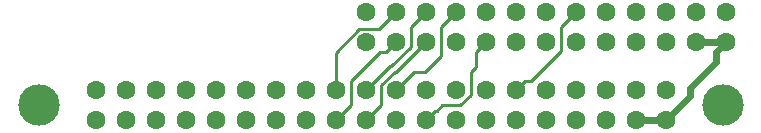
<source format=gbr>
G04 #@! TF.GenerationSoftware,KiCad,Pcbnew,5.0.0+dfsg1-2*
G04 #@! TF.CreationDate,2018-09-04T12:21:54+01:00*
G04 #@! TF.ProjectId,zero_boot_screen,7A65726F5F626F6F745F73637265656E,rev?*
G04 #@! TF.SameCoordinates,Original*
G04 #@! TF.FileFunction,Copper,L1,Top,Signal*
G04 #@! TF.FilePolarity,Positive*
%FSLAX46Y46*%
G04 Gerber Fmt 4.6, Leading zero omitted, Abs format (unit mm)*
G04 Created by KiCad (PCBNEW 5.0.0+dfsg1-2) date Tue Sep  4 12:21:54 2018*
%MOMM*%
%LPD*%
G01*
G04 APERTURE LIST*
G04 #@! TA.AperFunction,ComponentPad*
%ADD10C,1.600000*%
G04 #@! TD*
G04 #@! TA.AperFunction,ComponentPad*
%ADD11C,3.500000*%
G04 #@! TD*
G04 #@! TA.AperFunction,Conductor*
%ADD12C,0.250000*%
G04 #@! TD*
G04 #@! TA.AperFunction,Conductor*
%ADD13C,0.580000*%
G04 #@! TD*
G04 APERTURE END LIST*
D10*
G04 #@! TO.P,U2,19*
G04 #@! TO.N,Net-(U1-Pad19)*
X149860000Y-103632000D03*
G04 #@! TO.P,U2,20*
G04 #@! TO.N,Net-(U2-Pad20)*
X149860000Y-106172000D03*
G04 #@! TO.P,U2,17*
G04 #@! TO.N,Net-(U2-Pad17)*
X152400000Y-103632000D03*
G04 #@! TO.P,U2,15*
G04 #@! TO.N,Net-(U2-Pad15)*
X154940000Y-103632000D03*
G04 #@! TO.P,U2,13*
G04 #@! TO.N,Net-(U2-Pad13)*
X157480000Y-103632000D03*
G04 #@! TO.P,U2,11*
G04 #@! TO.N,Net-(U1-Pad11)*
X160020000Y-103632000D03*
G04 #@! TO.P,U2,9*
G04 #@! TO.N,Net-(U2-Pad9)*
X162560000Y-103632000D03*
G04 #@! TO.P,U2,7*
G04 #@! TO.N,Net-(U2-Pad7)*
X165100000Y-103632000D03*
G04 #@! TO.P,U2,5*
G04 #@! TO.N,Net-(U2-Pad5)*
X167640000Y-103632000D03*
G04 #@! TO.P,U2,3*
G04 #@! TO.N,Net-(U2-Pad3)*
X170180000Y-103632000D03*
G04 #@! TO.P,U2,1*
G04 #@! TO.N,Net-(U2-Pad1)*
X172720000Y-103632000D03*
G04 #@! TO.P,U2,18*
G04 #@! TO.N,Net-(U1-Pad18)*
X152400000Y-106172000D03*
G04 #@! TO.P,U2,16*
G04 #@! TO.N,Net-(U2-Pad16)*
X154940000Y-106172000D03*
G04 #@! TO.P,U2,14*
G04 #@! TO.N,Net-(U2-Pad14)*
X157480000Y-106172000D03*
G04 #@! TO.P,U2,12*
G04 #@! TO.N,Net-(U2-Pad12)*
X160020000Y-106172000D03*
G04 #@! TO.P,U2,10*
G04 #@! TO.N,Net-(U2-Pad10)*
X162560000Y-106172000D03*
G04 #@! TO.P,U2,8*
G04 #@! TO.N,Net-(U2-Pad8)*
X165100000Y-106172000D03*
G04 #@! TO.P,U2,6*
G04 #@! TO.N,Net-(U1-Pad6)*
X167640000Y-106172000D03*
G04 #@! TO.P,U2,4*
G04 #@! TO.N,Net-(U1-Pad2)*
X170180000Y-106172000D03*
G04 #@! TO.P,U2,2*
X172720000Y-106172000D03*
G04 #@! TO.P,U2,21*
G04 #@! TO.N,Net-(U1-Pad21)*
X147320000Y-103632000D03*
G04 #@! TO.P,U2,22*
G04 #@! TO.N,Net-(U1-Pad22)*
X147320000Y-106172000D03*
G04 #@! TO.P,U2,23*
G04 #@! TO.N,Net-(U1-Pad23)*
X144780000Y-103632000D03*
G04 #@! TO.P,U2,24*
G04 #@! TO.N,Net-(U1-Pad24)*
X144780000Y-106172000D03*
G04 #@! TO.P,U2,25*
G04 #@! TO.N,Net-(U2-Pad25)*
X142240000Y-103632000D03*
G04 #@! TO.P,U2,26*
G04 #@! TO.N,Net-(U1-Pad26)*
X142240000Y-106172000D03*
G04 #@! TO.P,U2,27*
G04 #@! TO.N,Net-(U2-Pad27)*
X139700000Y-103632000D03*
G04 #@! TO.P,U2,28*
G04 #@! TO.N,Net-(U2-Pad28)*
X139700000Y-106172000D03*
G04 #@! TO.P,U2,29*
G04 #@! TO.N,Net-(U2-Pad29)*
X137160000Y-103632000D03*
G04 #@! TO.P,U2,30*
G04 #@! TO.N,Net-(U2-Pad30)*
X137160000Y-106172000D03*
G04 #@! TO.P,U2,31*
G04 #@! TO.N,Net-(U2-Pad31)*
X134620000Y-103632000D03*
G04 #@! TO.P,U2,32*
G04 #@! TO.N,Net-(U2-Pad32)*
X134620000Y-106172000D03*
G04 #@! TO.P,U2,33*
G04 #@! TO.N,Net-(U2-Pad33)*
X132080000Y-103632000D03*
G04 #@! TO.P,U2,34*
G04 #@! TO.N,Net-(U2-Pad34)*
X132080000Y-106172000D03*
G04 #@! TO.P,U2,35*
G04 #@! TO.N,Net-(U2-Pad35)*
X129540000Y-103632000D03*
G04 #@! TO.P,U2,36*
G04 #@! TO.N,Net-(U2-Pad36)*
X129540000Y-106172000D03*
G04 #@! TO.P,U2,37*
G04 #@! TO.N,Net-(U2-Pad37)*
X127000000Y-103632000D03*
G04 #@! TO.P,U2,38*
G04 #@! TO.N,Net-(U2-Pad38)*
X127000000Y-106172000D03*
G04 #@! TO.P,U2,39*
G04 #@! TO.N,Net-(U2-Pad39)*
X124460000Y-103632000D03*
G04 #@! TO.P,U2,40*
G04 #@! TO.N,Net-(U2-Pad40)*
X124460000Y-106172000D03*
G04 #@! TD*
G04 #@! TO.P,U1,19*
G04 #@! TO.N,Net-(U1-Pad19)*
X154940000Y-97028000D03*
G04 #@! TO.P,U1,20*
G04 #@! TO.N,Net-(U1-Pad20)*
X154940000Y-99568000D03*
G04 #@! TO.P,U1,17*
G04 #@! TO.N,Net-(U1-Pad17)*
X157480000Y-97028000D03*
G04 #@! TO.P,U1,15*
G04 #@! TO.N,Net-(U1-Pad15)*
X160020000Y-97028000D03*
G04 #@! TO.P,U1,13*
G04 #@! TO.N,Net-(U1-Pad13)*
X162560000Y-97028000D03*
G04 #@! TO.P,U1,11*
G04 #@! TO.N,Net-(U1-Pad11)*
X165100000Y-97028000D03*
G04 #@! TO.P,U1,9*
G04 #@! TO.N,Net-(U1-Pad9)*
X167640000Y-97028000D03*
G04 #@! TO.P,U1,7*
G04 #@! TO.N,Net-(U1-Pad7)*
X170180000Y-97028000D03*
G04 #@! TO.P,U1,5*
G04 #@! TO.N,Net-(U1-Pad5)*
X172720000Y-97028000D03*
G04 #@! TO.P,U1,3*
G04 #@! TO.N,Net-(U1-Pad3)*
X175260000Y-97028000D03*
G04 #@! TO.P,U1,1*
G04 #@! TO.N,Net-(U1-Pad1)*
X177800000Y-97028000D03*
G04 #@! TO.P,U1,18*
G04 #@! TO.N,Net-(U1-Pad18)*
X157480000Y-99568000D03*
G04 #@! TO.P,U1,16*
G04 #@! TO.N,Net-(U1-Pad16)*
X160020000Y-99568000D03*
G04 #@! TO.P,U1,14*
G04 #@! TO.N,Net-(U1-Pad14)*
X162560000Y-99568000D03*
G04 #@! TO.P,U1,12*
G04 #@! TO.N,Net-(U1-Pad12)*
X165100000Y-99568000D03*
G04 #@! TO.P,U1,10*
G04 #@! TO.N,Net-(U1-Pad10)*
X167640000Y-99568000D03*
G04 #@! TO.P,U1,8*
G04 #@! TO.N,Net-(U1-Pad8)*
X170180000Y-99568000D03*
G04 #@! TO.P,U1,6*
G04 #@! TO.N,Net-(U1-Pad6)*
X172720000Y-99568000D03*
G04 #@! TO.P,U1,4*
G04 #@! TO.N,Net-(U1-Pad2)*
X175260000Y-99568000D03*
G04 #@! TO.P,U1,2*
X177800000Y-99568000D03*
G04 #@! TO.P,U1,21*
G04 #@! TO.N,Net-(U1-Pad21)*
X152400000Y-97028000D03*
G04 #@! TO.P,U1,22*
G04 #@! TO.N,Net-(U1-Pad22)*
X152400000Y-99568000D03*
G04 #@! TO.P,U1,23*
G04 #@! TO.N,Net-(U1-Pad23)*
X149860000Y-97028000D03*
G04 #@! TO.P,U1,24*
G04 #@! TO.N,Net-(U1-Pad24)*
X149860000Y-99568000D03*
G04 #@! TO.P,U1,25*
G04 #@! TO.N,Net-(U1-Pad25)*
X147320000Y-97028000D03*
G04 #@! TO.P,U1,26*
G04 #@! TO.N,Net-(U1-Pad26)*
X147320000Y-99568000D03*
G04 #@! TD*
D11*
G04 #@! TO.P,U3,1*
G04 #@! TO.N,Net-(U3-Pad1)*
X177546000Y-104902000D03*
G04 #@! TD*
G04 #@! TO.P,U4,1*
G04 #@! TO.N,Net-(U4-Pad1)*
X119634000Y-104902000D03*
G04 #@! TD*
D12*
G04 #@! TO.N,Net-(U1-Pad19)*
X154940000Y-97028000D02*
X153695400Y-98272600D01*
X153695400Y-98272600D02*
X153695400Y-100711000D01*
X153695400Y-100711000D02*
X152323800Y-102082600D01*
X151409400Y-102082600D02*
X149860000Y-103632000D01*
X152323800Y-102082600D02*
X151409400Y-102082600D01*
G04 #@! TO.N,Net-(U1-Pad11)*
X160819999Y-102832001D02*
X160020000Y-103632000D01*
X163830000Y-100330000D02*
X161327999Y-102832001D01*
X163830000Y-98298000D02*
X163830000Y-100330000D01*
X161327999Y-102832001D02*
X160819999Y-102832001D01*
X165100000Y-97028000D02*
X163830000Y-98298000D01*
G04 #@! TO.N,Net-(U1-Pad18)*
X156680001Y-100367999D02*
X156680001Y-101637999D01*
X157480000Y-99568000D02*
X156680001Y-100367999D01*
X156680001Y-101637999D02*
X156210000Y-102108000D01*
X156210000Y-104027002D02*
X155335002Y-104902000D01*
X156210000Y-102108000D02*
X156210000Y-104027002D01*
X153199999Y-105372001D02*
X152400000Y-106172000D01*
X153328409Y-105372001D02*
X153199999Y-105372001D01*
X153798410Y-104902000D02*
X153328409Y-105372001D01*
X155335002Y-104902000D02*
X153798410Y-104902000D01*
G04 #@! TO.N,Net-(U1-Pad21)*
X152400000Y-97028000D02*
X151130000Y-98298000D01*
X151130000Y-99963002D02*
X149493002Y-101600000D01*
X151130000Y-98298000D02*
X151130000Y-99963002D01*
X149352000Y-101600000D02*
X147320000Y-103632000D01*
X149493002Y-101600000D02*
X149352000Y-101600000D01*
G04 #@! TO.N,Net-(U1-Pad22)*
X149776988Y-102050010D02*
X148615400Y-103211598D01*
X152400000Y-99568000D02*
X149917990Y-102050010D01*
X149917990Y-102050010D02*
X149776988Y-102050010D01*
X148615400Y-104876600D02*
X147320000Y-106172000D01*
X148615400Y-103211598D02*
X148615400Y-104876600D01*
G04 #@! TO.N,Net-(U1-Pad23)*
X144780000Y-102500630D02*
X144780000Y-103632000D01*
X144780000Y-100442998D02*
X144780000Y-102500630D01*
X146779999Y-98442999D02*
X144780000Y-100442998D01*
X148445001Y-98442999D02*
X146779999Y-98442999D01*
X149860000Y-97028000D02*
X148445001Y-98442999D01*
G04 #@! TO.N,Net-(U1-Pad24)*
X146050000Y-104902000D02*
X144780000Y-106172000D01*
X148552001Y-100367999D02*
X146050000Y-102870000D01*
X149860000Y-99568000D02*
X149060001Y-100367999D01*
X146050000Y-102870000D02*
X146050000Y-104902000D01*
X149060001Y-100367999D02*
X148552001Y-100367999D01*
D13*
G04 #@! TO.N,Net-(U1-Pad2)*
X177000001Y-100367999D02*
X177000001Y-101231599D01*
X177800000Y-99568000D02*
X177000001Y-100367999D01*
X177000001Y-101231599D02*
X174777400Y-103454200D01*
X174777400Y-104114600D02*
X172720000Y-106172000D01*
X174777400Y-103454200D02*
X174777400Y-104114600D01*
X170180000Y-106172000D02*
X172720000Y-106172000D01*
X175260000Y-99568000D02*
X177800000Y-99568000D01*
G04 #@! TD*
M02*

</source>
